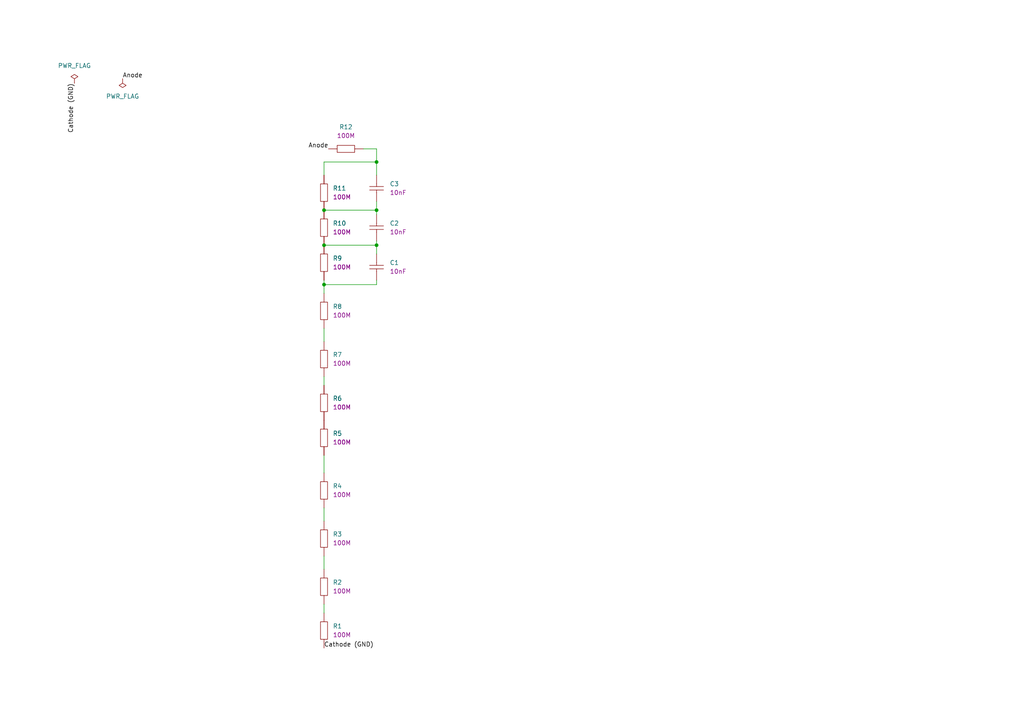
<source format=kicad_sch>
(kicad_sch (version 20231120) (generator "eeschema") (generator_version "8.0")
  (paper "A4")
  (lib_symbols
    (symbol "pepy_sym_lib:[CAP_SMD_0805_2012Metric]YAGEO CC0805KKX7RBBB103" (pin_numbers hide)
      (property "Reference" "C" (at 0 5.08 0))
      (property "Nvalue" "10nF" (at 0 3.302 0))
      (symbol "[CAP_SMD_0805_2012Metric]YAGEO CC0805KKX7RBBB103_0_1"
        (polyline (pts (xy -1.2976 0.0052) (xy -0.5376 0.0052)))
        (polyline (pts (xy -0.5376 2.0352) (xy -0.5376 -2.0248)))
        (polyline (pts (xy 0.4824 0.0052) (xy 1.2424 0.0052)))
        (polyline (pts (xy 0.4824 2.0352) (xy 0.4824 -2.0248)))
      )
      (symbol "[CAP_SMD_0805_2012Metric]YAGEO CC0805KKX7RBBB103_1_1"
        (pin passive line (at -3.8376 0.0052 0) (length 2.54) (name "~") (number "1"))
        (pin passive line (at 3.7824 0.0052 180) (length 2.54) (name "~") (number "2"))
      )
    )
    (symbol "pepy_sym_lib:[RES_SMD_1206_3216Metric]Vishay Intertech CRHV1206AF100MFKE5" (pin_numbers hide)
      (property "Reference" "R" (at 0 5.08 0))
      (property "Nvalue" "100M" (at 0 -2.794 0))
      (symbol "[RES_SMD_1206_3216Metric]Vishay Intertech CRHV1206AF100MFKE5_1_1"
        (rectangle (start -2.54 1.02) (end 2.54 -1.02))
        (pin passive line (at -5.08 0 0) (length 2.54) (name "~") (number "1"))
        (pin passive line (at 5.08 0 180) (length 2.54) (name "~") (number "2"))
      )
    )
    (symbol "power:PWR_FLAG" (power) (pin_numbers hide) (pin_names (offset 0) hide)
      (property "Value" "PWR_FLAG" (at 0 3.81 0))
      (symbol "PWR_FLAG_0_0"
        (pin power_out line (at 0 0 90) (length 0) (name "~") (number "1"))
      )
      (symbol "PWR_FLAG_0_1"
        (polyline (pts (xy 0 0) (xy 0 1.27) (xy -1.016 1.905) (xy 0 2.54) (xy 1.016 1.905) (xy 0 1.27)))
      )
    )
  )
  (junction (at 109.22 71.12))
  (junction (at 109.22 46.99))
  (junction (at 109.22 60.96))
  (junction (at 93.98 60.96))
  (junction (at 93.98 82.55))
  (junction (at 93.98 71.12))
  (wire (pts (xy 93.98 147.32) (xy 93.98 151.13)))
  (wire (pts (xy 109.22 71.12) (xy 109.22 73.66)))
  (wire (pts (xy 93.98 95.25) (xy 93.98 99.06)))
  (wire (pts (xy 93.98 109.22) (xy 93.98 111.76)))
  (wire (pts (xy 93.98 132.08) (xy 93.98 137.16)))
  (wire (pts (xy 109.22 58.42) (xy 109.22 60.96)))
  (wire (pts (xy 109.22 46.99) (xy 109.22 50.8)))
  (wire (pts (xy 93.98 82.55) (xy 93.98 85.09)))
  (wire (pts (xy 105.41 43.18) (xy 109.22 43.18)))
  (wire (pts (xy 93.98 161.29) (xy 93.98 165.1)))
  (wire (pts (xy 93.98 175.26) (xy 93.98 177.8)))
  (wire (pts (xy 93.98 71.12) (xy 109.22 71.12)))
  (wire (pts (xy 109.22 69.85) (xy 109.22 71.12)))
  (wire (pts (xy 93.98 60.96) (xy 109.22 60.96)))
  (wire (pts (xy 109.22 43.18) (xy 109.22 46.99)))
  (wire (pts (xy 109.22 60.96) (xy 109.22 62.23)))
  (wire (pts (xy 93.98 50.8) (xy 93.98 46.99)))
  (wire (pts (xy 109.22 81.28) (xy 109.22 82.55)))
  (wire (pts (xy 93.98 82.55) (xy 109.22 82.55)))
  (wire (pts (xy 93.98 81.28) (xy 93.98 82.55)))
  (wire (pts (xy 93.98 46.99) (xy 109.22 46.99)))
  (label "Cathode (GND)" (at 21.59 24.13 270))
  (label "Anode" (at 35.56 22.86 0))
  (label "Cathode (GND)" (at 93.98 187.96 0))
  (label "Anode" (at 95.25 43.18 180))
  (symbol (lib_id "pepy_sym_lib:[RES_SMD_1206_3216Metric]Vishay Intertech CRHV1206AF100MFKE5") (at 93.98 127 90) (unit 1)
    (property "Reference" "R5" (at 96.52 125.7299 90) (effects (justify right)))
    (property "Value" "1206W4F0000T5E" (effects (hide yes)))
    (property "Footprint" "pepy_sym_lib:[RES_SMD_1206_3216Metric]" (effects (hide yes)))
    (property "Datasheet" "https://lcsc.com/product-detail/Chip-Resistor-Surface-Mount-UniOhm_0R-0R0-1_C17888.html" (effects (hide yes)))
    (property "Description" " 300mW Thick Film Resistors 1.5kV ±1% ±100ppm/℃ 100MΩ 1206 Chip Resistor - Surface Mount ROHS" (effects (hide yes)))
    (property "LCSC Part" " C2076408" (effects (hide yes)))
    (property "Package" "1206" (effects (hide yes)))
    (property "Nvalue" "100M" (at 96.52 128.2699 90) (effects (justify right)))
    (property "Manufacturer" "Vishay Intertech" (effects (hide yes)))
  )
  (symbol (lib_id "pepy_sym_lib:[RES_SMD_1206_3216Metric]Vishay Intertech CRHV1206AF100MFKE5") (at 93.98 156.21 90) (unit 1)
    (property "Reference" "R3" (at 96.52 154.9399 90) (effects (justify right)))
    (property "Value" "1206W4F0000T5E" (effects (hide yes)))
    (property "Footprint" "pepy_sym_lib:[RES_SMD_1206_3216Metric]" (effects (hide yes)))
    (property "Datasheet" "https://lcsc.com/product-detail/Chip-Resistor-Surface-Mount-UniOhm_0R-0R0-1_C17888.html" (effects (hide yes)))
    (property "Description" " 300mW Thick Film Resistors 1.5kV ±1% ±100ppm/℃ 100MΩ 1206 Chip Resistor - Surface Mount ROHS" (effects (hide yes)))
    (property "LCSC Part" " C2076408" (effects (hide yes)))
    (property "Package" "1206" (effects (hide yes)))
    (property "Nvalue" "100M" (at 96.52 157.4799 90) (effects (justify right)))
    (property "Manufacturer" "Vishay Intertech" (effects (hide yes)))
  )
  (symbol (lib_id "pepy_sym_lib:[CAP_SMD_0805_2012Metric]YAGEO CC0805KKX7RBBB103") (at 109.2252 77.4424 90) (unit 1)
    (property "Reference" "C1" (at 113.03 76.1999 90) (effects (justify right)))
    (property "Value" "CC0805KKX7RBBB103" (effects (hide yes)))
    (property "Footprint" "pepy_sym_lib:[CAP_SMD_0805_2012Metric]" (effects (hide yes)))
    (property "Datasheet" "https://lcsc.com/product-detail/High-Voltage-Capacitors_10nF-103-10-500V_C106840.html" (effects (hide yes)))
    (property "Description" "500V 10nF X7R ±10% 0805 Multilayer Ceramic Capacitors MLCC - SMD/SMT ROHS" (effects (hide yes)))
    (property "LCSC Part" "C106840" (effects (hide yes)))
    (property "Manufacturer" " YAGEO" (effects (hide yes)))
    (property "Nvalue" "10nF" (at 113.03 78.7399 90) (effects (justify right)))
    (property "Package" "0805" (effects (hide yes)))
  )
  (symbol (lib_id "pepy_sym_lib:[RES_SMD_1206_3216Metric]Vishay Intertech CRHV1206AF100MFKE5") (at 100.33 43.18 180) (unit 1)
    (property "Reference" "R12" (at 100.33 36.83 0))
    (property "Value" "1206W4F0000T5E" (effects (hide yes)))
    (property "Footprint" "pepy_sym_lib:[RES_SMD_1206_3216Metric]" (effects (hide yes)))
    (property "Datasheet" "https://lcsc.com/product-detail/Chip-Resistor-Surface-Mount-UniOhm_0R-0R0-1_C17888.html" (effects (hide yes)))
    (property "Description" " 300mW Thick Film Resistors 1.5kV ±1% ±100ppm/℃ 100MΩ 1206 Chip Resistor - Surface Mount ROHS" (effects (hide yes)))
    (property "LCSC Part" " C2076408" (effects (hide yes)))
    (property "Package" "1206" (effects (hide yes)))
    (property "Nvalue" "100M" (at 100.33 39.37 0))
    (property "Manufacturer" "Vishay Intertech" (effects (hide yes)))
  )
  (symbol (lib_id "pepy_sym_lib:[RES_SMD_1206_3216Metric]Vishay Intertech CRHV1206AF100MFKE5") (at 93.98 170.18 90) (unit 1)
    (property "Reference" "R2" (at 96.52 168.9099 90) (effects (justify right)))
    (property "Value" "1206W4F0000T5E" (effects (hide yes)))
    (property "Footprint" "pepy_sym_lib:[RES_SMD_1206_3216Metric]" (effects (hide yes)))
    (property "Datasheet" "https://lcsc.com/product-detail/Chip-Resistor-Surface-Mount-UniOhm_0R-0R0-1_C17888.html" (effects (hide yes)))
    (property "Description" " 300mW Thick Film Resistors 1.5kV ±1% ±100ppm/℃ 100MΩ 1206 Chip Resistor - Surface Mount ROHS" (effects (hide yes)))
    (property "LCSC Part" " C2076408" (effects (hide yes)))
    (property "Package" "1206" (effects (hide yes)))
    (property "Nvalue" "100M" (at 96.52 171.4499 90) (effects (justify right)))
    (property "Manufacturer" "Vishay Intertech" (effects (hide yes)))
  )
  (symbol (lib_id "pepy_sym_lib:[CAP_SMD_0805_2012Metric]YAGEO CC0805KKX7RBBB103") (at 109.2252 66.0124 90) (unit 1)
    (property "Reference" "C2" (at 113.03 64.7699 90) (effects (justify right)))
    (property "Value" "CC0805KKX7RBBB103" (effects (hide yes)))
    (property "Footprint" "pepy_sym_lib:[CAP_SMD_0805_2012Metric]" (effects (hide yes)))
    (property "Datasheet" "https://lcsc.com/product-detail/High-Voltage-Capacitors_10nF-103-10-500V_C106840.html" (effects (hide yes)))
    (property "Description" "500V 10nF X7R ±10% 0805 Multilayer Ceramic Capacitors MLCC - SMD/SMT ROHS" (effects (hide yes)))
    (property "LCSC Part" "C106840" (effects (hide yes)))
    (property "Manufacturer" " YAGEO" (effects (hide yes)))
    (property "Nvalue" "10nF" (at 113.03 67.3099 90) (effects (justify right)))
    (property "Package" "0805" (effects (hide yes)))
  )
  (symbol (lib_id "pepy_sym_lib:[RES_SMD_1206_3216Metric]Vishay Intertech CRHV1206AF100MFKE5") (at 93.98 55.88 90) (unit 1)
    (property "Reference" "R11" (at 96.52 54.6099 90) (effects (justify right)))
    (property "Value" "1206W4F0000T5E" (effects (hide yes)))
    (property "Footprint" "pepy_sym_lib:[RES_SMD_1206_3216Metric]" (effects (hide yes)))
    (property "Datasheet" "https://lcsc.com/product-detail/Chip-Resistor-Surface-Mount-UniOhm_0R-0R0-1_C17888.html" (effects (hide yes)))
    (property "Description" " 300mW Thick Film Resistors 1.5kV ±1% ±100ppm/℃ 100MΩ 1206 Chip Resistor - Surface Mount ROHS" (effects (hide yes)))
    (property "LCSC Part" " C2076408" (effects (hide yes)))
    (property "Package" "1206" (effects (hide yes)))
    (property "Nvalue" "100M" (at 96.52 57.1499 90) (effects (justify right)))
    (property "Manufacturer" "Vishay Intertech" (effects (hide yes)))
  )
  (symbol (lib_id "pepy_sym_lib:[RES_SMD_1206_3216Metric]Vishay Intertech CRHV1206AF100MFKE5") (at 93.98 104.14 90) (unit 1)
    (property "Reference" "R7" (at 96.52 102.8699 90) (effects (justify right)))
    (property "Value" "1206W4F0000T5E" (effects (hide yes)))
    (property "Footprint" "pepy_sym_lib:[RES_SMD_1206_3216Metric]" (effects (hide yes)))
    (property "Datasheet" "https://lcsc.com/product-detail/Chip-Resistor-Surface-Mount-UniOhm_0R-0R0-1_C17888.html" (effects (hide yes)))
    (property "Description" " 300mW Thick Film Resistors 1.5kV ±1% ±100ppm/℃ 100MΩ 1206 Chip Resistor - Surface Mount ROHS" (effects (hide yes)))
    (property "LCSC Part" " C2076408" (effects (hide yes)))
    (property "Package" "1206" (effects (hide yes)))
    (property "Nvalue" "100M" (at 96.52 105.4099 90) (effects (justify right)))
    (property "Manufacturer" "Vishay Intertech" (effects (hide yes)))
  )
  (symbol (lib_id "pepy_sym_lib:[RES_SMD_1206_3216Metric]Vishay Intertech CRHV1206AF100MFKE5") (at 93.98 116.84 90) (unit 1)
    (property "Reference" "R6" (at 96.52 115.5699 90) (effects (justify right)))
    (property "Value" "1206W4F0000T5E" (effects (hide yes)))
    (property "Footprint" "pepy_sym_lib:[RES_SMD_1206_3216Metric]" (effects (hide yes)))
    (property "Datasheet" "https://lcsc.com/product-detail/Chip-Resistor-Surface-Mount-UniOhm_0R-0R0-1_C17888.html" (effects (hide yes)))
    (property "Description" " 300mW Thick Film Resistors 1.5kV ±1% ±100ppm/℃ 100MΩ 1206 Chip Resistor - Surface Mount ROHS" (effects (hide yes)))
    (property "LCSC Part" " C2076408" (effects (hide yes)))
    (property "Package" "1206" (effects (hide yes)))
    (property "Nvalue" "100M" (at 96.52 118.1099 90) (effects (justify right)))
    (property "Manufacturer" "Vishay Intertech" (effects (hide yes)))
  )
  (symbol (lib_id "pepy_sym_lib:[RES_SMD_1206_3216Metric]Vishay Intertech CRHV1206AF100MFKE5") (at 93.98 142.24 90) (unit 1)
    (property "Reference" "R4" (at 96.52 140.9699 90) (effects (justify right)))
    (property "Value" "1206W4F0000T5E" (effects (hide yes)))
    (property "Footprint" "pepy_sym_lib:[RES_SMD_1206_3216Metric]" (effects (hide yes)))
    (property "Datasheet" "https://lcsc.com/product-detail/Chip-Resistor-Surface-Mount-UniOhm_0R-0R0-1_C17888.html" (effects (hide yes)))
    (property "Description" " 300mW Thick Film Resistors 1.5kV ±1% ±100ppm/℃ 100MΩ 1206 Chip Resistor - Surface Mount ROHS" (effects (hide yes)))
    (property "LCSC Part" " C2076408" (effects (hide yes)))
    (property "Package" "1206" (effects (hide yes)))
    (property "Nvalue" "100M" (at 96.52 143.5099 90) (effects (justify right)))
    (property "Manufacturer" "Vishay Intertech" (effects (hide yes)))
  )
  (symbol (lib_id "pepy_sym_lib:[CAP_SMD_0805_2012Metric]YAGEO CC0805KKX7RBBB103") (at 109.2252 54.5824 90) (unit 1)
    (property "Reference" "C3" (at 113.03 53.3399 90) (effects (justify right)))
    (property "Value" "CC0805KKX7RBBB103" (effects (hide yes)))
    (property "Footprint" "pepy_sym_lib:[CAP_SMD_0805_2012Metric]" (effects (hide yes)))
    (property "Datasheet" "https://lcsc.com/product-detail/High-Voltage-Capacitors_10nF-103-10-500V_C106840.html" (effects (hide yes)))
    (property "Description" "500V 10nF X7R ±10% 0805 Multilayer Ceramic Capacitors MLCC - SMD/SMT ROHS" (effects (hide yes)))
    (property "LCSC Part" "C106840" (effects (hide yes)))
    (property "Manufacturer" " YAGEO" (effects (hide yes)))
    (property "Nvalue" "10nF" (at 113.03 55.8799 90) (effects (justify right)))
    (property "Package" "0805" (effects (hide yes)))
  )
  (symbol (lib_id "pepy_sym_lib:[RES_SMD_1206_3216Metric]Vishay Intertech CRHV1206AF100MFKE5") (at 93.98 90.17 90) (unit 1)
    (property "Reference" "R8" (at 96.52 88.8999 90) (effects (justify right)))
    (property "Value" "1206W4F0000T5E" (effects (hide yes)))
    (property "Footprint" "pepy_sym_lib:[RES_SMD_1206_3216Metric]" (effects (hide yes)))
    (property "Datasheet" "https://lcsc.com/product-detail/Chip-Resistor-Surface-Mount-UniOhm_0R-0R0-1_C17888.html" (effects (hide yes)))
    (property "Description" " 300mW Thick Film Resistors 1.5kV ±1% ±100ppm/℃ 100MΩ 1206 Chip Resistor - Surface Mount ROHS" (effects (hide yes)))
    (property "LCSC Part" " C2076408" (effects (hide yes)))
    (property "Package" "1206" (effects (hide yes)))
    (property "Nvalue" "100M" (at 96.52 91.4399 90) (effects (justify right)))
    (property "Manufacturer" "Vishay Intertech" (effects (hide yes)))
  )
  (symbol (lib_id "power:PWR_FLAG") (at 21.59 24.13 0) (unit 1)
    (property "Reference" "#FLG01" (effects (hide yes)))
    (property "Value" "PWR_FLAG" (at 21.59 19.05 0))
    (property "Description" "Special symbol for telling ERC where power comes from" (effects (hide yes)))
  )
  (symbol (lib_id "pepy_sym_lib:[RES_SMD_1206_3216Metric]Vishay Intertech CRHV1206AF100MFKE5") (at 93.98 182.88 90) (unit 1)
    (property "Reference" "R1" (at 96.52 181.6099 90) (effects (justify right)))
    (property "Value" "1206W4F0000T5E" (effects (hide yes)))
    (property "Footprint" "pepy_sym_lib:[RES_SMD_1206_3216Metric]" (effects (hide yes)))
    (property "Datasheet" "https://lcsc.com/product-detail/Chip-Resistor-Surface-Mount-UniOhm_0R-0R0-1_C17888.html" (effects (hide yes)))
    (property "Description" " 300mW Thick Film Resistors 1.5kV ±1% ±100ppm/℃ 100MΩ 1206 Chip Resistor - Surface Mount ROHS" (effects (hide yes)))
    (property "LCSC Part" " C2076408" (effects (hide yes)))
    (property "Package" "1206" (effects (hide yes)))
    (property "Nvalue" "100M" (at 96.52 184.1499 90) (effects (justify right)))
    (property "Manufacturer" "Vishay Intertech" (effects (hide yes)))
  )
  (symbol (lib_id "power:PWR_FLAG") (at 35.56 22.86 180) (unit 1)
    (property "Reference" "#FLG02" (effects (hide yes)))
    (property "Value" "PWR_FLAG" (at 35.56 27.94 0))
    (property "Description" "Special symbol for telling ERC where power comes from" (effects (hide yes)))
  )
  (symbol (lib_id "pepy_sym_lib:[RES_SMD_1206_3216Metric]Vishay Intertech CRHV1206AF100MFKE5") (at 93.98 66.04 90) (unit 1)
    (property "Reference" "R10" (at 96.52 64.7699 90) (effects (justify right)))
    (property "Value" "1206W4F0000T5E" (effects (hide yes)))
    (property "Footprint" "pepy_sym_lib:[RES_SMD_1206_3216Metric]" (effects (hide yes)))
    (property "Datasheet" "https://lcsc.com/product-detail/Chip-Resistor-Surface-Mount-UniOhm_0R-0R0-1_C17888.html" (effects (hide yes)))
    (property "Description" " 300mW Thick Film Resistors 1.5kV ±1% ±100ppm/℃ 100MΩ 1206 Chip Resistor - Surface Mount ROHS" (effects (hide yes)))
    (property "LCSC Part" " C2076408" (effects (hide yes)))
    (property "Package" "1206" (effects (hide yes)))
    (property "Nvalue" "100M" (at 96.52 67.3099 90) (effects (justify right)))
    (property "Manufacturer" "Vishay Intertech" (effects (hide yes)))
  )
  (symbol (lib_id "pepy_sym_lib:[RES_SMD_1206_3216Metric]Vishay Intertech CRHV1206AF100MFKE5") (at 93.98 76.2 90) (unit 1)
    (property "Reference" "R9" (at 96.52 74.9299 90) (effects (justify right)))
    (property "Value" "1206W4F0000T5E" (effects (hide yes)))
    (property "Footprint" "pepy_sym_lib:[RES_SMD_1206_3216Metric]" (effects (hide yes)))
    (property "Datasheet" "https://lcsc.com/product-detail/Chip-Resistor-Surface-Mount-UniOhm_0R-0R0-1_C17888.html" (effects (hide yes)))
    (property "Description" " 300mW Thick Film Resistors 1.5kV ±1% ±100ppm/℃ 100MΩ 1206 Chip Resistor - Surface Mount ROHS" (effects (hide yes)))
    (property "LCSC Part" " C2076408" (effects (hide yes)))
    (property "Package" "1206" (effects (hide yes)))
    (property "Nvalue" "100M" (at 96.52 77.4699 90) (effects (justify right)))
    (property "Manufacturer" "Vishay Intertech" (effects (hide yes)))
  )
)
</source>
